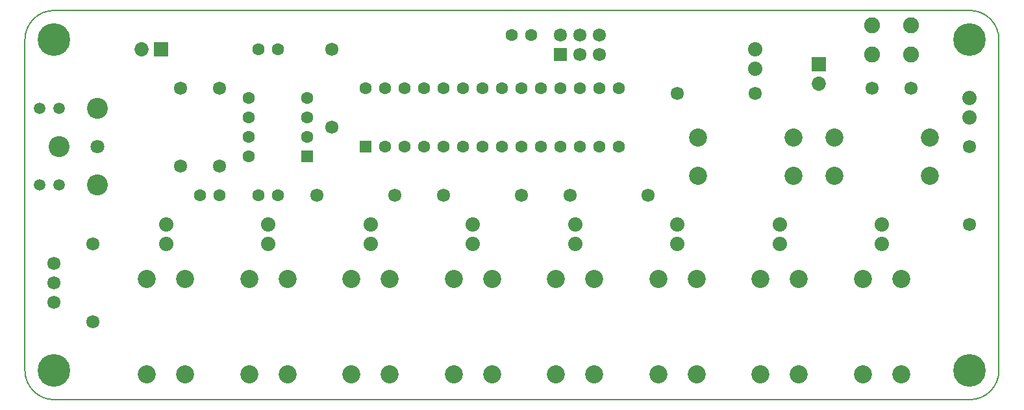
<source format=gts>
G04 (created by PCBNEW (2012-oct-18)-testing) date Wed 03 Jul 2013 05:15:39 PM EDT*
%MOIN*%
G04 Gerber Fmt 3.4, Leading zero omitted, Abs format*
%FSLAX34Y34*%
G01*
G70*
G90*
G04 APERTURE LIST*
%ADD10C,0.002*%
%ADD11C,0.00590551*%
%ADD12C,0.092874*%
%ADD13C,0.067874*%
%ADD14R,0.067874X0.067874*%
%ADD15C,0.073874*%
%ADD16R,0.062874X0.062874*%
%ADD17C,0.062874*%
%ADD18R,0.072874X0.072874*%
%ADD19C,0.072874*%
%ADD20C,0.107874*%
%ADD21C,0.0708661*%
%ADD22C,0.0590551*%
%ADD23C,0.081874*%
%ADD24C,0.167874*%
G04 APERTURE END LIST*
G54D10*
G54D11*
X58750Y-75000D02*
X58750Y-58000D01*
X107250Y-76500D02*
X60250Y-76500D01*
X108750Y-58000D02*
X108750Y-75000D01*
X60250Y-56500D02*
X107250Y-56500D01*
X107250Y-76500D02*
G75*
G03X108750Y-75000I0J1500D01*
G74*
G01*
X108750Y-58000D02*
G75*
G03X107250Y-56500I-1500J0D01*
G74*
G01*
X58750Y-75000D02*
G75*
G03X60250Y-76500I1500J0D01*
G74*
G01*
X60250Y-56500D02*
G75*
G03X58750Y-58000I0J-1500D01*
G74*
G01*
G54D12*
X98210Y-64984D03*
X93290Y-64984D03*
X98210Y-63016D03*
X93290Y-63016D03*
X105210Y-64984D03*
X100290Y-64984D03*
X105210Y-63016D03*
X100290Y-63016D03*
G54D13*
X60250Y-71500D03*
X60250Y-70500D03*
X60250Y-69500D03*
G54D12*
X93234Y-70290D03*
X93234Y-75210D03*
X91266Y-70290D03*
X91266Y-75210D03*
X98484Y-70290D03*
X98484Y-75210D03*
X96516Y-70290D03*
X96516Y-75210D03*
X103734Y-70290D03*
X103734Y-75210D03*
X101766Y-70290D03*
X101766Y-75210D03*
X66984Y-70290D03*
X66984Y-75210D03*
X65016Y-70290D03*
X65016Y-75210D03*
X72234Y-70290D03*
X72234Y-75210D03*
X70266Y-70290D03*
X70266Y-75210D03*
X77484Y-70290D03*
X77484Y-75210D03*
X75516Y-70290D03*
X75516Y-75210D03*
X82734Y-70290D03*
X82734Y-75210D03*
X80766Y-70290D03*
X80766Y-75210D03*
X87984Y-70290D03*
X87984Y-75210D03*
X86016Y-70290D03*
X86016Y-75210D03*
G54D13*
X66750Y-64500D03*
X66750Y-60500D03*
X62250Y-68500D03*
X62250Y-72500D03*
X68750Y-60500D03*
X68750Y-64500D03*
X90750Y-66000D03*
X86750Y-66000D03*
X84250Y-66000D03*
X80250Y-66000D03*
X107250Y-63500D03*
X107250Y-67500D03*
X74500Y-62500D03*
X74500Y-58500D03*
X73750Y-66000D03*
X77750Y-66000D03*
X96250Y-60750D03*
X92250Y-60750D03*
G54D14*
X86250Y-58750D03*
G54D13*
X86250Y-57750D03*
X87250Y-58750D03*
X87250Y-57750D03*
X88250Y-58750D03*
X88250Y-57750D03*
G54D15*
X96250Y-59500D03*
X96250Y-58500D03*
X71250Y-68500D03*
X71250Y-67500D03*
X66000Y-68500D03*
X66000Y-67500D03*
X76500Y-68500D03*
X76500Y-67500D03*
X107250Y-62000D03*
X107250Y-61000D03*
X87000Y-68500D03*
X87000Y-67500D03*
X97500Y-68500D03*
X97500Y-67500D03*
X102750Y-68500D03*
X102750Y-67500D03*
X92250Y-68500D03*
X92250Y-67500D03*
X81750Y-68500D03*
X81750Y-67500D03*
G54D16*
X73250Y-64000D03*
G54D17*
X73250Y-63000D03*
X73250Y-62000D03*
X73250Y-61000D03*
X70250Y-61000D03*
X70250Y-62000D03*
X70250Y-63000D03*
X70250Y-64000D03*
X77250Y-63500D03*
X78250Y-63500D03*
X79250Y-63500D03*
X80250Y-63500D03*
X81250Y-63500D03*
X82250Y-63500D03*
X83250Y-63500D03*
X84250Y-63500D03*
X85250Y-63500D03*
X86250Y-63500D03*
X87250Y-63500D03*
X88250Y-63500D03*
X89250Y-63500D03*
G54D16*
X76250Y-63500D03*
G54D17*
X89250Y-60500D03*
X88250Y-60500D03*
X87250Y-60500D03*
X86250Y-60500D03*
X85250Y-60500D03*
X84250Y-60500D03*
X83250Y-60500D03*
X82250Y-60500D03*
X81250Y-60500D03*
X80250Y-60500D03*
X79250Y-60500D03*
X78250Y-60500D03*
X77250Y-60500D03*
X76250Y-60500D03*
G54D18*
X65750Y-58500D03*
G54D19*
X64750Y-58500D03*
G54D18*
X99500Y-59250D03*
G54D19*
X99500Y-60250D03*
G54D17*
X70750Y-66000D03*
X71750Y-66000D03*
X67750Y-66000D03*
X68750Y-66000D03*
X84750Y-57750D03*
X83750Y-57750D03*
X70750Y-58500D03*
X71750Y-58500D03*
G54D20*
X60500Y-63500D03*
X62468Y-61531D03*
X62468Y-65468D03*
G54D21*
X62468Y-63500D03*
G54D22*
X60500Y-65468D03*
X60500Y-61531D03*
X59515Y-61531D03*
X59515Y-65468D03*
G54D13*
X104250Y-60500D03*
X102250Y-60500D03*
G54D23*
X104250Y-58750D03*
X102250Y-58750D03*
X104250Y-57250D03*
X102250Y-57250D03*
G54D24*
X107250Y-58000D03*
X107250Y-75000D03*
X60250Y-75000D03*
X60250Y-58000D03*
M02*

</source>
